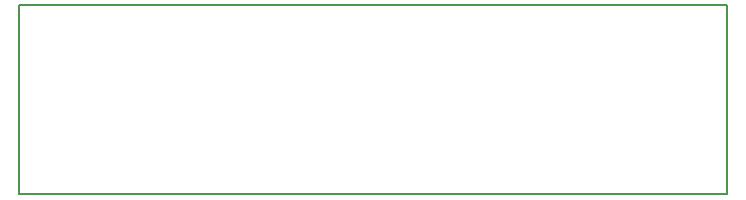
<source format=gm1>
G04 #@! TF.FileFunction,Profile,NP*
%FSLAX46Y46*%
G04 Gerber Fmt 4.6, Leading zero omitted, Abs format (unit mm)*
G04 Created by KiCad (PCBNEW 4.0.6) date Thu Jun 20 17:11:49 2019*
%MOMM*%
%LPD*%
G01*
G04 APERTURE LIST*
%ADD10C,0.100000*%
%ADD11C,0.150000*%
G04 APERTURE END LIST*
D10*
D11*
X160000000Y-116000000D02*
X160000000Y-100000000D01*
X100000000Y-116000000D02*
X160000000Y-116000000D01*
X100000000Y-100000000D02*
X100000000Y-116000000D01*
X100000000Y-100000000D02*
X160000000Y-100000000D01*
M02*

</source>
